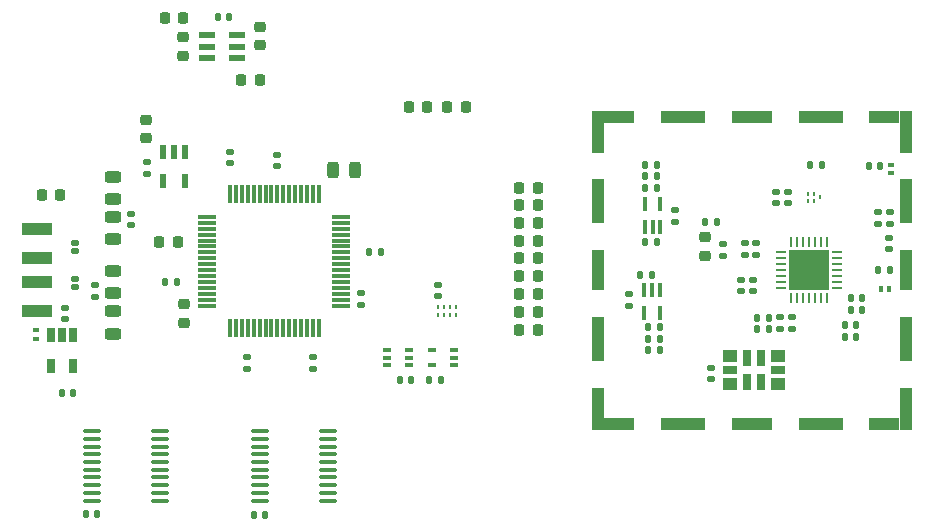
<source format=gbr>
G04 #@! TF.GenerationSoftware,KiCad,Pcbnew,7.0.6*
G04 #@! TF.CreationDate,2023-07-20T11:09:59-06:00*
G04 #@! TF.ProjectId,L1IFStream,4c314946-5374-4726-9561-6d2e6b696361,A*
G04 #@! TF.SameCoordinates,Original*
G04 #@! TF.FileFunction,Paste,Top*
G04 #@! TF.FilePolarity,Positive*
%FSLAX46Y46*%
G04 Gerber Fmt 4.6, Leading zero omitted, Abs format (unit mm)*
G04 Created by KiCad (PCBNEW 7.0.6) date 2023-07-20 11:09:59*
%MOMM*%
%LPD*%
G01*
G04 APERTURE LIST*
G04 Aperture macros list*
%AMRoundRect*
0 Rectangle with rounded corners*
0 $1 Rounding radius*
0 $2 $3 $4 $5 $6 $7 $8 $9 X,Y pos of 4 corners*
0 Add a 4 corners polygon primitive as box body*
4,1,4,$2,$3,$4,$5,$6,$7,$8,$9,$2,$3,0*
0 Add four circle primitives for the rounded corners*
1,1,$1+$1,$2,$3*
1,1,$1+$1,$4,$5*
1,1,$1+$1,$6,$7*
1,1,$1+$1,$8,$9*
0 Add four rect primitives between the rounded corners*
20,1,$1+$1,$2,$3,$4,$5,0*
20,1,$1+$1,$4,$5,$6,$7,0*
20,1,$1+$1,$6,$7,$8,$9,0*
20,1,$1+$1,$8,$9,$2,$3,0*%
G04 Aperture macros list end*
%ADD10C,0.152400*%
%ADD11RoundRect,0.243750X-0.243750X-0.456250X0.243750X-0.456250X0.243750X0.456250X-0.243750X0.456250X0*%
%ADD12RoundRect,0.147500X0.147500X0.172500X-0.147500X0.172500X-0.147500X-0.172500X0.147500X-0.172500X0*%
%ADD13RoundRect,0.147500X0.172500X-0.147500X0.172500X0.147500X-0.172500X0.147500X-0.172500X-0.147500X0*%
%ADD14RoundRect,0.218750X-0.218750X-0.256250X0.218750X-0.256250X0.218750X0.256250X-0.218750X0.256250X0*%
%ADD15RoundRect,0.218750X0.256250X-0.218750X0.256250X0.218750X-0.256250X0.218750X-0.256250X-0.218750X0*%
%ADD16RoundRect,0.147500X-0.172500X0.147500X-0.172500X-0.147500X0.172500X-0.147500X0.172500X0.147500X0*%
%ADD17RoundRect,0.147500X-0.147500X-0.172500X0.147500X-0.172500X0.147500X0.172500X-0.147500X0.172500X0*%
%ADD18RoundRect,0.218750X-0.256250X0.218750X-0.256250X-0.218750X0.256250X-0.218750X0.256250X0.218750X0*%
%ADD19R,0.650000X1.220000*%
%ADD20RoundRect,0.075000X-0.700000X-0.075000X0.700000X-0.075000X0.700000X0.075000X-0.700000X0.075000X0*%
%ADD21RoundRect,0.075000X-0.075000X-0.700000X0.075000X-0.700000X0.075000X0.700000X-0.075000X0.700000X0*%
%ADD22R,1.320800X0.558800*%
%ADD23RoundRect,0.218750X0.218750X0.256250X-0.218750X0.256250X-0.218750X-0.256250X0.218750X-0.256250X0*%
%ADD24RoundRect,0.243750X-0.456250X0.243750X-0.456250X-0.243750X0.456250X-0.243750X0.456250X0.243750X0*%
%ADD25RoundRect,0.243750X0.456250X-0.243750X0.456250X0.243750X-0.456250X0.243750X-0.456250X-0.243750X0*%
%ADD26R,0.550000X1.300000*%
%ADD27R,1.000000X1.000000*%
%ADD28R,1.000000X2.570000*%
%ADD29R,1.000000X3.800000*%
%ADD30R,1.000000X3.470000*%
%ADD31R,2.570000X1.000000*%
%ADD32R,3.800000X1.000000*%
%ADD33R,3.470000X1.000000*%
%ADD34R,0.355600X1.168400*%
%ADD35R,0.203200X0.965200*%
%ADD36R,0.965200X0.203200*%
%ADD37R,3.352800X3.352800*%
%ADD38R,2.500000X1.100000*%
%ADD39R,0.270000X0.330000*%
%ADD40RoundRect,0.100000X0.637500X0.100000X-0.637500X0.100000X-0.637500X-0.100000X0.637500X-0.100000X0*%
%ADD41R,0.650000X0.400000*%
%ADD42R,0.300000X0.500000*%
%ADD43R,0.250000X0.325000*%
%ADD44R,1.150000X1.050000*%
%ADD45R,0.700000X1.350000*%
%ADD46R,1.150000X0.700000*%
%ADD47RoundRect,0.125000X0.225000X-0.125000X0.225000X0.125000X-0.225000X0.125000X-0.225000X-0.125000X0*%
%ADD48R,0.500000X0.300000*%
%ADD49RoundRect,0.125000X-0.225000X0.125000X-0.225000X-0.125000X0.225000X-0.125000X0.225000X0.125000X0*%
G04 APERTURE END LIST*
D10*
X162544400Y-96585600D02*
X161068000Y-96585600D01*
X161068000Y-96585600D02*
X161068000Y-98062000D01*
X160868000Y-96585600D02*
X159391600Y-96585600D01*
X159391600Y-96585600D02*
X159391600Y-98062000D01*
X162544400Y-98062000D02*
X162544400Y-96585600D01*
X161068000Y-98062000D02*
X162544400Y-98062000D01*
X160868000Y-98062000D02*
X160868000Y-96585600D01*
X159391600Y-98062000D02*
X160868000Y-98062000D01*
X162544400Y-98262000D02*
X161068000Y-98262000D01*
X161068000Y-98262000D02*
X161068000Y-99738400D01*
X160868000Y-98262000D02*
X159391600Y-98262000D01*
X159391600Y-98262000D02*
X159391600Y-99738400D01*
X162544400Y-99738400D02*
X162544400Y-98262000D01*
X161068000Y-99738400D02*
X162544400Y-99738400D01*
X160868000Y-99738400D02*
X160868000Y-98262000D01*
X159391600Y-99738400D02*
X160868000Y-99738400D01*
D11*
X120652500Y-89662000D03*
X122527500Y-89662000D03*
D12*
X107470000Y-99187000D03*
X106500000Y-99187000D03*
D13*
X111938000Y-89131000D03*
X111938000Y-88161000D03*
D14*
X112928500Y-82042000D03*
X114503500Y-82042000D03*
D15*
X114478000Y-79146500D03*
X114478000Y-77571500D03*
X108001000Y-80035500D03*
X108001000Y-78460500D03*
D16*
X104953000Y-89050000D03*
X104953000Y-90020000D03*
D17*
X110945000Y-76708000D03*
X111915000Y-76708000D03*
D18*
X104826000Y-85445500D03*
X104826000Y-87020500D03*
D13*
X115985000Y-89376000D03*
X115985000Y-88406000D03*
D17*
X123755000Y-96672000D03*
X124725000Y-96672000D03*
D16*
X113445000Y-105551000D03*
X113445000Y-106521000D03*
X119033000Y-105551000D03*
X119033000Y-106521000D03*
D18*
X108077000Y-101066500D03*
X108077000Y-102641500D03*
D12*
X98679000Y-108559600D03*
X97709000Y-108559600D03*
D19*
X98689200Y-103693600D03*
X97739200Y-103693600D03*
X96789200Y-103693600D03*
X96789200Y-106313600D03*
X98689200Y-106313600D03*
D20*
X110056000Y-93672000D03*
X110056000Y-94172000D03*
X110056000Y-94672000D03*
X110056000Y-95172000D03*
X110056000Y-95672000D03*
X110056000Y-96172000D03*
X110056000Y-96672000D03*
X110056000Y-97172000D03*
X110056000Y-97672000D03*
X110056000Y-98172000D03*
X110056000Y-98672000D03*
X110056000Y-99172000D03*
X110056000Y-99672000D03*
X110056000Y-100172000D03*
X110056000Y-100672000D03*
X110056000Y-101172000D03*
D21*
X111981000Y-103097000D03*
X112481000Y-103097000D03*
X112981000Y-103097000D03*
X113481000Y-103097000D03*
X113981000Y-103097000D03*
X114481000Y-103097000D03*
X114981000Y-103097000D03*
X115481000Y-103097000D03*
X115981000Y-103097000D03*
X116481000Y-103097000D03*
X116981000Y-103097000D03*
X117481000Y-103097000D03*
X117981000Y-103097000D03*
X118481000Y-103097000D03*
X118981000Y-103097000D03*
X119481000Y-103097000D03*
D20*
X121406000Y-101172000D03*
X121406000Y-100672000D03*
X121406000Y-100172000D03*
X121406000Y-99672000D03*
X121406000Y-99172000D03*
X121406000Y-98672000D03*
X121406000Y-98172000D03*
X121406000Y-97672000D03*
X121406000Y-97172000D03*
X121406000Y-96672000D03*
X121406000Y-96172000D03*
X121406000Y-95672000D03*
X121406000Y-95172000D03*
X121406000Y-94672000D03*
X121406000Y-94172000D03*
X121406000Y-93672000D03*
D21*
X119481000Y-91747000D03*
X118981000Y-91747000D03*
X118481000Y-91747000D03*
X117981000Y-91747000D03*
X117481000Y-91747000D03*
X116981000Y-91747000D03*
X116481000Y-91747000D03*
X115981000Y-91747000D03*
X115481000Y-91747000D03*
X114981000Y-91747000D03*
X114481000Y-91747000D03*
X113981000Y-91747000D03*
X113481000Y-91747000D03*
X112981000Y-91747000D03*
X112481000Y-91747000D03*
X111981000Y-91747000D03*
D22*
X110007600Y-78297999D03*
X110007600Y-79248000D03*
X110007600Y-80198001D03*
X112598400Y-80198001D03*
X112598400Y-79248000D03*
X112598400Y-78297999D03*
D23*
X107569500Y-95758000D03*
X105994500Y-95758000D03*
D14*
X96020300Y-91812000D03*
X97595300Y-91812000D03*
D16*
X123038000Y-100150000D03*
X123038000Y-101120000D03*
D24*
X102032000Y-101678500D03*
X102032000Y-103553500D03*
D25*
X102032000Y-100124500D03*
X102032000Y-98249500D03*
D13*
X100508000Y-100434000D03*
X100508000Y-99464000D03*
D26*
X108189001Y-88158000D03*
X107239000Y-88158000D03*
X106288999Y-88158000D03*
X106288999Y-90658000D03*
X108189001Y-90658000D03*
D23*
X108026500Y-76860400D03*
X106451500Y-76860400D03*
D25*
X102032000Y-92148900D03*
X102032000Y-90273900D03*
D24*
X102032000Y-93702900D03*
X102032000Y-95577900D03*
D27*
X143154000Y-85191400D03*
D28*
X143154000Y-86976400D03*
D29*
X143154000Y-92361400D03*
D30*
X143154000Y-98196400D03*
D29*
X143154000Y-104031400D03*
D28*
X143154000Y-109416400D03*
D27*
X143154000Y-111201400D03*
D31*
X144939000Y-85191400D03*
X144939000Y-111201400D03*
D32*
X150324000Y-85191400D03*
X150324000Y-111201400D03*
D33*
X156159000Y-85191400D03*
X156159000Y-111201400D03*
D32*
X161994000Y-85191400D03*
X161994000Y-111201400D03*
D31*
X167379000Y-85191400D03*
X167379000Y-111201400D03*
D27*
X169164000Y-85191400D03*
D28*
X169164000Y-86976400D03*
D29*
X169164000Y-92361400D03*
D30*
X169164000Y-98196400D03*
D29*
X169164000Y-104031400D03*
D28*
X169164000Y-109416400D03*
D27*
X169164000Y-111201400D03*
D13*
X153695000Y-96956600D03*
X153695000Y-95986600D03*
D16*
X152704800Y-106449000D03*
X152704800Y-107419000D03*
D17*
X146708000Y-98552000D03*
X147678000Y-98552000D03*
D34*
X147102001Y-94488200D03*
X147752000Y-94488200D03*
X148401999Y-94488200D03*
X148401999Y-92557800D03*
X147102001Y-92557800D03*
X148350999Y-99847800D03*
X147701000Y-99847800D03*
X147051001Y-99847800D03*
X147051001Y-101778200D03*
X148350999Y-101778200D03*
D35*
X162492000Y-95787100D03*
X161984000Y-95787100D03*
X161476000Y-95787100D03*
X160968000Y-95787100D03*
X160460000Y-95787100D03*
X159952000Y-95787100D03*
X159444000Y-95787100D03*
D36*
X158593100Y-96638000D03*
X158593100Y-97146000D03*
X158593100Y-97654000D03*
X158593100Y-98162000D03*
X158593100Y-98670000D03*
X158593100Y-99178000D03*
X158593100Y-99686000D03*
D35*
X159444000Y-100536900D03*
X159952000Y-100536900D03*
X160460000Y-100536900D03*
X160968000Y-100536900D03*
X161476000Y-100536900D03*
X161984000Y-100536900D03*
X162492000Y-100536900D03*
D36*
X163342900Y-99686000D03*
X163342900Y-99178000D03*
X163342900Y-98670000D03*
X163342900Y-98162000D03*
X163342900Y-97654000D03*
X163342900Y-97146000D03*
X163342900Y-96638000D03*
D37*
X160968000Y-98162000D03*
D17*
X147140000Y-91237000D03*
X148110000Y-91237000D03*
X147140000Y-95809000D03*
X148110000Y-95809000D03*
X147140000Y-89256000D03*
X148110000Y-89256000D03*
D12*
X148338000Y-104978000D03*
X147368000Y-104978000D03*
D16*
X167792000Y-95450800D03*
X167792000Y-96420800D03*
D17*
X147140000Y-90246000D03*
X148110000Y-90246000D03*
D13*
X167818000Y-94261800D03*
X167818000Y-93291800D03*
D12*
X148338000Y-103988000D03*
X147368000Y-103988000D03*
X148338000Y-102997000D03*
X147368000Y-102997000D03*
D15*
X152197000Y-96951900D03*
X152197000Y-95376900D03*
D23*
X138013500Y-97188000D03*
X136438500Y-97188000D03*
X138008500Y-94201400D03*
X136433500Y-94201400D03*
X138008500Y-92702400D03*
X136433500Y-92702400D03*
X138008500Y-95676500D03*
X136433500Y-95676500D03*
X138008500Y-91203800D03*
X136433500Y-91203800D03*
D12*
X157584000Y-102210000D03*
X156614000Y-102210000D03*
D16*
X155219000Y-99006800D03*
X155219000Y-99976800D03*
D13*
X155550000Y-96878000D03*
X155550000Y-95908000D03*
X159537000Y-103152000D03*
X159537000Y-102182000D03*
D17*
X152220000Y-94081600D03*
X153190000Y-94081600D03*
D13*
X158191000Y-92509200D03*
X158191000Y-91539200D03*
D12*
X167820000Y-98171000D03*
X166850000Y-98171000D03*
D13*
X158547000Y-103152000D03*
X158547000Y-102182000D03*
X159182000Y-92509200D03*
X159182000Y-91539200D03*
D12*
X165509000Y-100559000D03*
X164539000Y-100559000D03*
D13*
X156515000Y-96878000D03*
X156515000Y-95908000D03*
D17*
X164031000Y-102819000D03*
X165001000Y-102819000D03*
D13*
X166827000Y-94261800D03*
X166827000Y-93291800D03*
D12*
X165509000Y-101549000D03*
X164539000Y-101549000D03*
X157587000Y-103188000D03*
X156617000Y-103188000D03*
D17*
X164031000Y-103810000D03*
X165001000Y-103810000D03*
D16*
X156210000Y-99006800D03*
X156210000Y-99976800D03*
X149664000Y-93098800D03*
X149664000Y-94068800D03*
D13*
X145783000Y-101209000D03*
X145783000Y-100239000D03*
D17*
X126362600Y-107518200D03*
X127332600Y-107518200D03*
D14*
X136433500Y-98696800D03*
X138008500Y-98696800D03*
D23*
X138008500Y-103208000D03*
X136433500Y-103208000D03*
D14*
X136432500Y-101699000D03*
X138007500Y-101699000D03*
X136432500Y-100188000D03*
X138007500Y-100188000D03*
D17*
X113992800Y-118872400D03*
X114962800Y-118872400D03*
D16*
X129540000Y-99413200D03*
X129540000Y-100383200D03*
D17*
X99743000Y-118846200D03*
X100713000Y-118846200D03*
D38*
X95629000Y-101662000D03*
X95629000Y-99162000D03*
X95629000Y-97162000D03*
X95629000Y-94662000D03*
D16*
X103556000Y-93393400D03*
X103556000Y-94363400D03*
D12*
X129822000Y-107467000D03*
X128852000Y-107467000D03*
D39*
X129573000Y-101991000D03*
X130073000Y-101991000D03*
X130573000Y-101991000D03*
X131073000Y-101991000D03*
X131073000Y-101311000D03*
X130573000Y-101311000D03*
X130073000Y-101311000D03*
X129573000Y-101311000D03*
D40*
X120261300Y-117682400D03*
X120261300Y-117032400D03*
X120261300Y-116382400D03*
X120261300Y-115732400D03*
X120261300Y-115082400D03*
X120261300Y-114432400D03*
X120261300Y-113782400D03*
X120261300Y-113132400D03*
X120261300Y-112482400D03*
X120261300Y-111832400D03*
X114536300Y-111832400D03*
X114536300Y-112482400D03*
X114536300Y-113132400D03*
X114536300Y-113782400D03*
X114536300Y-114432400D03*
X114536300Y-115082400D03*
X114536300Y-115732400D03*
X114536300Y-116382400D03*
X114536300Y-117032400D03*
X114536300Y-117682400D03*
X106011500Y-117682200D03*
X106011500Y-117032200D03*
X106011500Y-116382200D03*
X106011500Y-115732200D03*
X106011500Y-115082200D03*
X106011500Y-114432200D03*
X106011500Y-113782200D03*
X106011500Y-113132200D03*
X106011500Y-112482200D03*
X106011500Y-111832200D03*
X100286500Y-111832200D03*
X100286500Y-112482200D03*
X100286500Y-113132200D03*
X100286500Y-113782200D03*
X100286500Y-114432200D03*
X100286500Y-115082200D03*
X100286500Y-115732200D03*
X100286500Y-116382200D03*
X100286500Y-117032200D03*
X100286500Y-117682200D03*
D41*
X125237200Y-104937800D03*
X125237200Y-105587800D03*
X125237200Y-106237800D03*
X127137200Y-106237800D03*
X127137200Y-105587800D03*
X127137200Y-104937800D03*
X130947200Y-106237800D03*
X130947200Y-105587800D03*
X130947200Y-104937800D03*
X129047200Y-104937800D03*
X129047200Y-106237800D03*
D42*
X167786800Y-99745800D03*
X167086800Y-99745800D03*
D14*
X127101500Y-84404200D03*
X128676500Y-84404200D03*
D12*
X162054400Y-89255600D03*
X161084400Y-89255600D03*
D43*
X161917000Y-92024200D03*
X161417000Y-91736700D03*
X160917000Y-91736700D03*
X160917000Y-92311700D03*
X161417000Y-92311700D03*
D44*
X154337400Y-107778800D03*
D45*
X155762400Y-107628800D03*
X156962400Y-107628800D03*
D44*
X158387400Y-107778800D03*
D46*
X158387400Y-106603800D03*
D44*
X158387400Y-105428800D03*
D45*
X156962400Y-105578800D03*
X155762400Y-105578800D03*
D44*
X154337400Y-105428800D03*
D46*
X154337400Y-106603800D03*
D12*
X167007400Y-89331800D03*
X166037400Y-89331800D03*
D47*
X98856800Y-96559600D03*
X98856800Y-95859600D03*
D23*
X131953100Y-84404200D03*
X130378100Y-84404200D03*
D16*
X97967800Y-101366600D03*
X97967800Y-102336600D03*
D48*
X167944800Y-89286600D03*
X167944800Y-89986600D03*
D49*
X98856800Y-98913200D03*
X98856800Y-99613200D03*
D48*
X95580200Y-103282000D03*
X95580200Y-103982000D03*
M02*

</source>
